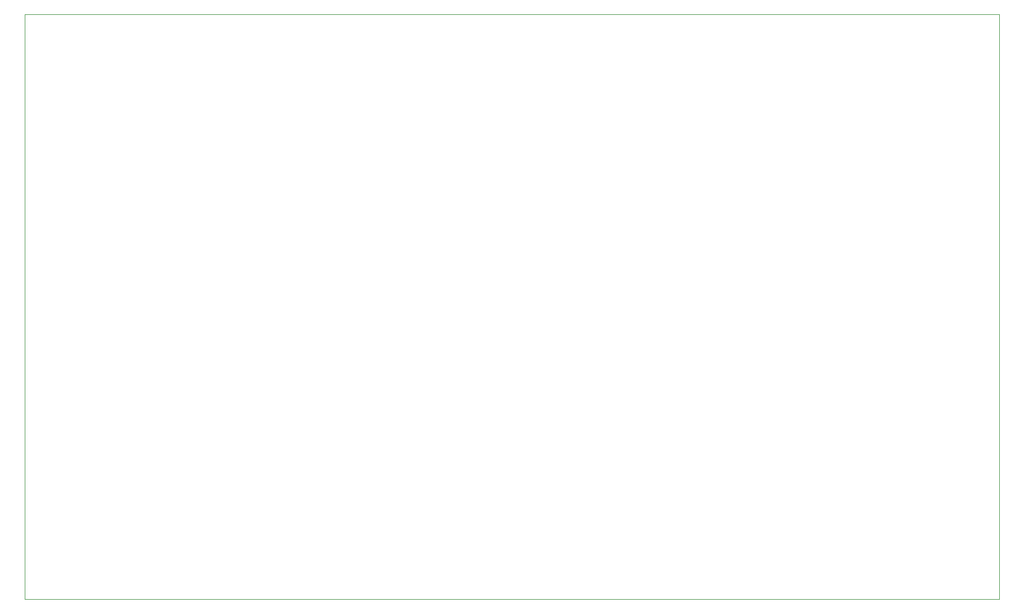
<source format=gbr>
G04 #@! TF.GenerationSoftware,KiCad,Pcbnew,5.1.10-88a1d61d58~88~ubuntu20.04.1*
G04 #@! TF.CreationDate,2021-05-20T09:11:12-04:00*
G04 #@! TF.ProjectId,CPUandGlueLogic,43505561-6e64-4476-9c75-654c6f676963,1*
G04 #@! TF.SameCoordinates,Original*
G04 #@! TF.FileFunction,Profile,NP*
%FSLAX46Y46*%
G04 Gerber Fmt 4.6, Leading zero omitted, Abs format (unit mm)*
G04 Created by KiCad (PCBNEW 5.1.10-88a1d61d58~88~ubuntu20.04.1) date 2021-05-20 09:11:12*
%MOMM*%
%LPD*%
G01*
G04 APERTURE LIST*
G04 #@! TA.AperFunction,Profile*
%ADD10C,0.038100*%
G04 #@! TD*
G04 APERTURE END LIST*
D10*
X150000000Y0D02*
X0Y0D01*
X150000000Y-90000000D02*
X150000000Y0D01*
X0Y-90000000D02*
X150000000Y-90000000D01*
X0Y0D02*
X0Y-90000000D01*
M02*

</source>
